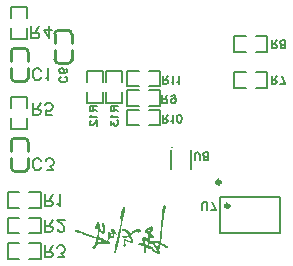
<source format=gbo>
G04 Layer: BottomSilkscreenLayer*
G04 EasyEDA Pro v2.1.32.5533625a.f972c4, 2023-12-06 19:29:04*
G04 Gerber Generator version 0.3*
G04 Scale: 100 percent, Rotated: No, Reflected: No*
G04 Dimensions in millimeters*
G04 Leading zeros omitted, absolute positions, 3 integers and 3 decimals*
%FSLAX33Y33*%
%MOMM*%
%ADD10C,0.152*%
%ADD11C,0.254*%
%ADD12C,0.3*%
%ADD13C,0.075*%
G75*


G04 Image Start*
G36*
G01X16305Y-18104D02*
G01X16301Y-18104D01*
G01X16297Y-18105D01*
G01X16293Y-18106D01*
G01X16285Y-18108D01*
G01X16281Y-18109D01*
G01X16277Y-18111D01*
G01X16271Y-18114D01*
G01X16260Y-18121D01*
G01X16254Y-18125D01*
G01X16249Y-18131D01*
G01X16244Y-18136D01*
G01X16239Y-18142D01*
G01X16232Y-18151D01*
G01X16225Y-18160D01*
G01X16217Y-18174D01*
G01X16209Y-18189D01*
G01X16200Y-18209D01*
G01X16189Y-18236D01*
G01X16177Y-18270D01*
G01X16164Y-18319D01*
G01X16145Y-18399D01*
G01X16121Y-18539D01*
G01X16086Y-18827D01*
G01X16015Y-19905D01*
G01X15964Y-20660D01*
G01X15921Y-21041D01*
G01X15905Y-21128D01*
G01X15898Y-21154D01*
G01X15892Y-21167D01*
G01X15890Y-21168D01*
G01X15886D01*
G01X15877D01*
G01X15862Y-21167D01*
G01X15845Y-21163D01*
G01X15802Y-21153D01*
G01X15752Y-21137D01*
G01X15685Y-21117D01*
G01X15620Y-21103D01*
G01X15561Y-21096D01*
G01X15533Y-21094D01*
G01X15506Y-21095D01*
G01X15481Y-21096D01*
G01X15457Y-21100D01*
G01X15436Y-21105D01*
G01X15416Y-21111D01*
G01X15398Y-21120D01*
G01X15383Y-21129D01*
G01X15369Y-21140D01*
G01X15358Y-21153D01*
G01X15315Y-21212D01*
G01X15208Y-21146D01*
G01X15173Y-21124D01*
G01X15148Y-21106D01*
G01X15138Y-21098D01*
G01X15130Y-21089D01*
G01X15123Y-21080D01*
G01X15118Y-21071D01*
G01X15115Y-21062D01*
G01X15112Y-21051D01*
G01X15111Y-21039D01*
G01Y-21026D01*
G01Y-21010D01*
G01X15119Y-20952D01*
G01X15128Y-20898D01*
G01X15138Y-20855D01*
G01X15144Y-20839D01*
G01X15150Y-20825D01*
G01X15157Y-20814D01*
G01X15164Y-20806D01*
G01X15172Y-20800D01*
G01X15182Y-20797D01*
G01X15192Y-20796D01*
G01X15203Y-20798D01*
G01X15216Y-20801D01*
G01X15230Y-20807D01*
G01X15245Y-20815D01*
G01X15262Y-20825D01*
G01X15294Y-20843D01*
G01X15324Y-20853D01*
G01X15352Y-20858D01*
G01X15377Y-20856D01*
G01X15398Y-20849D01*
G01X15414Y-20836D01*
G01X15424Y-20816D01*
G01X15427Y-20792D01*
G01X15426Y-20786D01*
G01X15425Y-20780D01*
G01X15422Y-20772D01*
G01X15419Y-20764D01*
G01X15409Y-20746D01*
G01X15395Y-20725D01*
G01X15379Y-20704D01*
G01X15351Y-20669D01*
G01X15318Y-20635D01*
G01X15209Y-20528D01*
G01X15277Y-20323D01*
G01X15311Y-20216D01*
G01X15345Y-20095D01*
G01X15357Y-20036D01*
G01X15360Y-20011D01*
G01X15361Y-19990D01*
G01X15360Y-19972D01*
G01X15357Y-19956D01*
G01X15353Y-19943D01*
G01X15346Y-19932D01*
G01X15337Y-19922D01*
G01X15326Y-19914D01*
G01X15314Y-19907D01*
G01X15305Y-19903D01*
G01X15296Y-19899D01*
G01X15287Y-19896D01*
G01X15278Y-19894D01*
G01X15268Y-19893D01*
G01X15258Y-19892D01*
G01X15248D01*
G01X15236D01*
G01X15224Y-19894D01*
G01X15197Y-19898D01*
G01X15167Y-19905D01*
G01X15112Y-19922D01*
G01X15073Y-19935D01*
G01X14991Y-19973D01*
G01X14909Y-20018D01*
G01X14831Y-20070D01*
G01X14760Y-20124D01*
G01X14702Y-20178D01*
G01X14678Y-20204D01*
G01X14659Y-20229D01*
G01X14646Y-20250D01*
G01X14899D01*
G01X14901Y-20241D01*
G01X14909Y-20231D01*
G01X14922Y-20219D01*
G01X14941Y-20206D01*
G01X14968Y-20188D01*
G01X14997Y-20172D01*
G01X15026Y-20159D01*
G01X15049Y-20150D01*
G01X15063Y-20148D01*
G01X15073Y-20147D01*
G01X15080Y-20149D01*
G01X15084Y-20154D01*
G01X15085Y-20163D01*
G01X15084Y-20175D01*
G01X15080Y-20191D01*
G01X15073Y-20212D01*
G01X15038Y-20325D01*
G01X15035Y-20334D01*
G01X15030Y-20340D01*
G01X15023Y-20343D01*
G01X15014Y-20342D01*
G01X15003Y-20338D01*
G01X14990Y-20331D01*
G01X14974Y-20320D01*
G01X14955Y-20305D01*
G01X14914Y-20272D01*
G01X14904Y-20260D01*
G01X14899Y-20250D01*
G01X14646D01*
G01X14644Y-20252D01*
G01X14635Y-20273D01*
G01X14632Y-20292D01*
G01X14633Y-20298D01*
G01X14635Y-20305D01*
G01X14640Y-20313D01*
G01X14645Y-20323D01*
G01X14652Y-20333D01*
G01X14670Y-20357D01*
G01X14692Y-20384D01*
G01X14733Y-20428D01*
G01X14797Y-20489D01*
G01X14962Y-20637D01*
G01X14942Y-20778D01*
G01X14922Y-20919D01*
G01X14778Y-20847D01*
G01X14754Y-20836D01*
G01X14718Y-20820D01*
G01X14685Y-20809D01*
G01X14653Y-20800D01*
G01X14633Y-20795D01*
G01X14614Y-20792D01*
G01X14596Y-20791D01*
G01X14579D01*
G01X14563D01*
G01X14548Y-20794D01*
G01X14533Y-20798D01*
G01X14526Y-20800D01*
G01X14520Y-20802D01*
G01X14507Y-20808D01*
G01X14502Y-20812D01*
G01X14491Y-20820D01*
G01X14486Y-20824D01*
G01X14476Y-20834D01*
G01X14472Y-20839D01*
G01X14468Y-20845D01*
G01X14461Y-20857D01*
G01X14455Y-20870D01*
G01X14450Y-20885D01*
G01X14446Y-20900D01*
G01X14443Y-20917D01*
G01X14442Y-20935D01*
G01X14441Y-20954D01*
G01X14442Y-20974D01*
G01X14444Y-20995D01*
G01X14449Y-21029D01*
G01X14450Y-21034D01*
G01X14644D01*
G01X14646Y-21015D01*
G01X14648Y-21014D01*
G01X14651D01*
G01X14655D01*
G01X14661Y-21015D01*
G01X14667Y-21018D01*
G01X14682Y-21024D01*
G01X14700Y-21033D01*
G01X14731Y-21050D01*
G01X14779Y-21079D01*
G01X14824Y-21111D01*
G01X14845Y-21127D01*
G01X14856Y-21137D01*
G01X14866Y-21148D01*
G01X14870Y-21153D01*
G01X14874Y-21158D01*
G01X14877Y-21163D01*
G01X14880Y-21169D01*
G01X14883Y-21174D01*
G01X14885Y-21181D01*
G01X14887Y-21187D01*
G01X14891Y-21200D01*
G01X14894Y-21216D01*
G01X14896Y-21242D01*
G01X14897Y-21269D01*
G01X15495D01*
G01Y-21264D01*
G01X15497Y-21259D01*
G01X15499Y-21256D01*
G01X15503Y-21254D01*
G01X15508Y-21252D01*
G01X15514D01*
G01X15522D01*
G01X15544Y-21255D01*
G01X15591Y-21264D01*
G01X15714Y-21296D01*
G01X15762Y-21313D01*
G01X15800Y-21330D01*
G01X15829Y-21348D01*
G01X15848Y-21365D01*
G01X15857Y-21384D01*
G01X15856Y-21403D01*
G01X15808Y-21583D01*
G01X15793Y-21637D01*
G01X15777Y-21682D01*
G01X15762Y-21715D01*
G01X15751Y-21731D01*
G01X15745Y-21730D01*
G01X15735Y-21722D01*
G01X15723Y-21707D01*
G01X15708Y-21686D01*
G01X15672Y-21632D01*
G01X15592Y-21492D01*
G01X15537Y-21385D01*
G01X15512Y-21326D01*
G01X15503Y-21302D01*
G01X15498Y-21283D01*
G01X15496Y-21276D01*
G01X15495Y-21269D01*
G01X14897D01*
G01Y-21311D01*
G01X14896Y-21370D01*
G01X14890Y-21417D01*
G01X14883Y-21450D01*
G01X14875Y-21461D01*
G01X14865Y-21459D01*
G01X14848Y-21453D01*
G01X14827Y-21444D01*
G01X14781Y-21422D01*
G01X14740Y-21399D01*
G01X14726Y-21390D01*
G01X14716Y-21370D01*
G01X14703Y-21327D01*
G01X14673Y-21202D01*
G01X14649Y-21077D01*
G01X14644Y-21034D01*
G01X14450D01*
G01X14457Y-21065D01*
G01X14467Y-21104D01*
G01X14497Y-21199D01*
G01X14530Y-21300D01*
G01X14532Y-21306D01*
G01Y-21311D01*
G01X14531Y-21315D01*
G01X14528Y-21319D01*
G01X14526Y-21321D01*
G01X14524Y-21322D01*
G01X14518Y-21325D01*
G01X14514Y-21327D01*
G01X14504Y-21329D01*
G01X14493Y-21331D01*
G01X14480Y-21333D01*
G01X14445Y-21335D01*
G01X14332Y-21337D01*
G01X14271D01*
G01X14184Y-21340D01*
G01X14155Y-21344D01*
G01X14135Y-21350D01*
G01X14121Y-21359D01*
G01X14113Y-21370D01*
G01X14108Y-21384D01*
G01X14107Y-21404D01*
G01X14112Y-21419D01*
G01X14122Y-21430D01*
G01X14137Y-21434D01*
G01X14142D01*
G01X14148Y-21435D01*
G01X14168Y-21440D01*
G01X14222Y-21456D01*
G01X14302Y-21485D01*
G01X15023D01*
G01Y-21470D01*
G01X15027Y-21452D01*
G01X15033Y-21425D01*
G01X15039Y-21395D01*
G01X15042Y-21366D01*
G01X15044Y-21342D01*
G01X15046Y-21320D01*
G01X15052Y-21305D01*
G01X15061Y-21296D01*
G01X15071Y-21294D01*
G01X15082Y-21298D01*
G01X15093Y-21309D01*
G01X15103Y-21326D01*
G01X15112Y-21349D01*
G01X15115Y-21357D01*
G01X15117Y-21364D01*
G01X15121Y-21371D01*
G01X15125Y-21377D01*
G01X15130Y-21383D01*
G01X15136Y-21387D01*
G01X15142Y-21391D01*
G01X15150Y-21394D01*
G01X15159Y-21397D01*
G01X15169Y-21400D01*
G01X15180Y-21402D01*
G01X15206Y-21405D01*
G01X15259Y-21406D01*
G01X15299D01*
G01X15331Y-21408D01*
G01X15344Y-21410D01*
G01X15356Y-21412D01*
G01X15366Y-21416D01*
G01X15376Y-21420D01*
G01X15384Y-21425D01*
G01X15391Y-21431D01*
G01X15398Y-21438D01*
G01X15405Y-21446D01*
G01X15410Y-21456D01*
G01X15416Y-21467D01*
G01X15428Y-21494D01*
G01X15443Y-21523D01*
G01X15488Y-21604D01*
G01X15622Y-21820D01*
G01X15761Y-22038D01*
G01X15771Y-22056D01*
G01X15769D01*
G01X15766Y-22054D01*
G01X15560Y-21948D01*
G01X15449Y-21888D01*
G01X15414Y-21865D01*
G01X15389Y-21845D01*
G01X15373Y-21826D01*
G01X15364Y-21807D01*
G01X15361Y-21787D01*
G01X15363Y-21763D01*
G01X15364Y-21754D01*
G01X15365Y-21735D01*
G01Y-21719D01*
G01X15364Y-21710D01*
G01X15363Y-21703D01*
G01X15361Y-21695D01*
G01X15359Y-21688D01*
G01X15356Y-21681D01*
G01X15353Y-21674D01*
G01X15350Y-21668D01*
G01X15342Y-21656D01*
G01X15337Y-21649D01*
G01X15331Y-21643D01*
G01X15325Y-21638D01*
G01X15311Y-21627D01*
G01X15294Y-21616D01*
G01X15276Y-21606D01*
G01X15254Y-21596D01*
G01X15217Y-21580D01*
G01X15157Y-21560D01*
G01X15081Y-21533D01*
G01X15056Y-21522D01*
G01X15039Y-21510D01*
G01X15028Y-21499D01*
G01X15023Y-21485D01*
G01X14302D01*
G01X14374Y-21512D01*
G01X14573Y-21589D01*
G01Y-21820D01*
G01X14574Y-21883D01*
G01X14579Y-21980D01*
G01X14584Y-22017D01*
G01X14591Y-22047D01*
G01X14601Y-22073D01*
G01X14613Y-22095D01*
G01X14627Y-22115D01*
G01X14640Y-22129D01*
G01X14653Y-22141D01*
G01X14665Y-22149D01*
G01X14677Y-22156D01*
G01X14688Y-22159D01*
G01X14698Y-22161D01*
G01X14708Y-22159D01*
G01X14717Y-22156D01*
G01X14724Y-22150D01*
G01X14731Y-22142D01*
G01X14737Y-22132D01*
G01X14742Y-22119D01*
G01X14745Y-22104D01*
G01X14748Y-22087D01*
G01Y-22068D01*
G01Y-22047D01*
G01X14745Y-21987D01*
G01X14746Y-21813D01*
G01X14750Y-21667D01*
G01X14959Y-21748D01*
G01X15002Y-21765D01*
G01X15126Y-21806D01*
G01X15192Y-21824D01*
G01X15217Y-21829D01*
G01X15235Y-21830D01*
G01X15253Y-21831D01*
G01X15267Y-21833D01*
G01X15278Y-21837D01*
G01X15286Y-21843D01*
G01X15290Y-21853D01*
G01X15292Y-21865D01*
G01X15291Y-21880D01*
G01X15288Y-21899D01*
G01X15286Y-21909D01*
G01X15285Y-21919D01*
G01Y-21928D01*
G01X15286Y-21936D01*
G01X15288Y-21945D01*
G01X15291Y-21953D01*
G01X15295Y-21961D01*
G01X15300Y-21968D01*
G01X15307Y-21977D01*
G01X15315Y-21985D01*
G01X15324Y-21993D01*
G01X15348Y-22011D01*
G01X15395Y-22042D01*
G01X15470Y-22083D01*
G01X15575Y-22135D01*
G01X15656Y-22170D01*
G01X15682Y-22179D01*
G01X15755Y-22203D01*
G01X15797Y-22214D01*
G01X15836Y-22221D01*
G01X15870Y-22224D01*
G01X15885Y-22225D01*
G01X15899Y-22224D01*
G01X15913Y-22222D01*
G01X15925Y-22220D01*
G01X15935Y-22217D01*
G01X15945Y-22212D01*
G01X15953Y-22207D01*
G01X15961Y-22201D01*
G01X15966Y-22194D01*
G01X15972Y-22186D01*
G01X15975Y-22177D01*
G01X15978Y-22167D01*
G01X15979Y-22156D01*
G01X15978Y-22145D01*
G01X15977Y-22133D01*
G01X15974Y-22119D01*
G01X15971Y-22105D01*
G01X15965Y-22090D01*
G01X15951Y-22058D01*
G01X15931Y-22022D01*
G01X15900Y-21969D01*
G01X15894Y-21955D01*
G01X15888Y-21941D01*
G01X15884Y-21927D01*
G01X15882Y-21920D01*
G01X15881Y-21913D01*
G01X15880Y-21898D01*
G01Y-21882D01*
G01X15881Y-21864D01*
G01X15886Y-21833D01*
G01X15916Y-21694D01*
G01X15959Y-21533D01*
G01X15978Y-21478D01*
G01X15985Y-21460D01*
G01X15990Y-21451D01*
G01X15994Y-21449D01*
G01X15998Y-21448D01*
G01X16005D01*
G01X16012Y-21450D01*
G01X16020Y-21452D01*
G01X16030Y-21455D01*
G01X16052Y-21466D01*
G01X16078Y-21479D01*
G01X16121Y-21506D01*
G01X16170Y-21540D01*
G01X16211Y-21570D01*
G01X16321Y-21644D01*
G01X16381Y-21680D01*
G01X16433Y-21705D01*
G01X16456Y-21714D01*
G01X16477Y-21722D01*
G01X16497Y-21726D01*
G01X16516Y-21728D01*
G01X16532D01*
G01X16549Y-21726D01*
G01X16563Y-21722D01*
G01X16578Y-21716D01*
G01X16589Y-21710D01*
G01X16598Y-21704D01*
G01X16608Y-21698D01*
G01X16615Y-21692D01*
G01X16622Y-21685D01*
G01X16624Y-21681D01*
G01X16627Y-21678D01*
G01X16629Y-21675D01*
G01X16631Y-21671D01*
G01X16634Y-21664D01*
G01X16635Y-21661D01*
G01X16636Y-21657D01*
G01X16637Y-21653D01*
G01Y-21646D01*
G01X16636Y-21642D01*
G01Y-21638D01*
G01X16634Y-21630D01*
G01X16632Y-21626D01*
G01X16630Y-21622D01*
G01X16626Y-21614D01*
G01X16620Y-21605D01*
G01X16613Y-21596D01*
G01X16604Y-21587D01*
G01X16595Y-21577D01*
G01X16578Y-21562D01*
G01X16559Y-21547D01*
G01X16520Y-21519D01*
G01X16462Y-21483D01*
G01X16340Y-21414D01*
G01X16283Y-21384D01*
G01X16039Y-21258D01*
G01X16038Y-21257D01*
G01Y-21256D01*
G01X16037Y-21254D01*
G01X16036Y-21251D01*
G01Y-21248D01*
G01X16035Y-21239D01*
G01Y-21223D01*
G01X16036Y-21194D01*
G01X16042Y-21128D01*
G01X16060Y-20995D01*
G01X16082Y-20839D01*
G01X16134Y-20273D01*
G01X16190Y-19585D01*
G01X16246Y-19149D01*
G01X16293Y-18887D01*
G01X16339Y-18691D01*
G01X16389Y-18490D01*
G01X16418Y-18341D01*
G01X16426Y-18268D01*
G01Y-18237D01*
G01X16424Y-18211D01*
G01X16420Y-18188D01*
G01X16414Y-18169D01*
G01X16405Y-18153D01*
G01X16395Y-18140D01*
G01X16382Y-18128D01*
G01X16367Y-18119D01*
G01X16360Y-18116D01*
G01X16351Y-18112D01*
G01X16344Y-18109D01*
G01X16337Y-18107D01*
G01X16331Y-18106D01*
G01X16317Y-18104D01*
G37*
G36*
G01X12845Y-18246D02*
G01X12823Y-18251D01*
G01X12821Y-18252D01*
G01X12817Y-18253D01*
G01X12811Y-18257D01*
G01X12808Y-18259D01*
G01X12802Y-18264D01*
G01X12800Y-18267D01*
G01X12797Y-18270D01*
G01X12793Y-18274D01*
G01X12789Y-18280D01*
G01X12785Y-18286D01*
G01X12780Y-18297D01*
G01X12774Y-18311D01*
G01X12764Y-18337D01*
G01X12746Y-18393D01*
G01X12619Y-18871D01*
G01X12552Y-19158D01*
G01X12545Y-19210D01*
G01Y-19246D01*
G01X12552Y-19267D01*
G01X12565Y-19279D01*
G01X12585Y-19282D01*
G01X12595Y-19283D01*
G01X12604Y-19287D01*
G01X12612Y-19293D01*
G01X12618Y-19301D01*
G01X12623Y-19313D01*
G01X12627Y-19326D01*
G01X12629Y-19342D01*
G01Y-19359D01*
G01Y-19367D01*
G01X12628Y-19405D01*
G01X12621Y-19473D01*
G01X12600Y-19616D01*
G01X12534Y-19946D01*
G01X12395Y-20499D01*
G01X12261Y-21007D01*
G01X12198Y-21303D01*
G01X12164Y-21514D01*
G01X12141Y-21738D01*
G01X12135Y-21808D01*
G01X12123Y-21910D01*
G01X12116Y-21943D01*
G01X12108Y-21966D01*
G01X12099Y-21981D01*
G01X12088Y-21988D01*
G01X12075Y-21990D01*
G01X12063D01*
G01X12053Y-21992D01*
G01X12044Y-21995D01*
G01X12037Y-22001D01*
G01X12030Y-22008D01*
G01X12025Y-22016D01*
G01X12022Y-22024D01*
G01X12019Y-22034D01*
G01Y-22045D01*
G01Y-22056D01*
G01X12022Y-22068D01*
G01X12025Y-22079D01*
G01X12031Y-22091D01*
G01X12038Y-22103D01*
G01X12046Y-22114D01*
G01X12056Y-22124D01*
G01X12077Y-22143D01*
G01X12099Y-22156D01*
G01X12119Y-22165D01*
G01X12139Y-22169D01*
G01X12159Y-22167D01*
G01X12177Y-22161D01*
G01X12195Y-22151D01*
G01X12211Y-22134D01*
G01X12212Y-22133D01*
G01X12214Y-22128D01*
G01X12225Y-22098D01*
G01X12248Y-22007D01*
G01X12349Y-21519D01*
G01X12514Y-20683D01*
G01X12732Y-19607D01*
G01X12864Y-18966D01*
G01X12951Y-18578D01*
G01X12972Y-18493D01*
G01X12987Y-18419D01*
G01X12994Y-18361D01*
G01Y-18341D01*
G01X12992Y-18329D01*
G01X12980Y-18309D01*
G01X12964Y-18290D01*
G01X12943Y-18274D01*
G01X12920Y-18261D01*
G01X12895Y-18252D01*
G01X12870Y-18247D01*
G37*
G36*
G01X10689Y-19480D02*
G01X10683Y-19480D01*
G01X10678Y-19481D01*
G01X10668Y-19483D01*
G01X10663Y-19485D01*
G01X10658Y-19487D01*
G01X10654Y-19490D01*
G01X10649Y-19493D01*
G01X10644Y-19497D01*
G01X10640Y-19502D01*
G01X10635Y-19507D01*
G01X10630Y-19513D01*
G01X10622Y-19523D01*
G01X10612Y-19540D01*
G01X10598Y-19565D01*
G01X10576Y-19611D01*
G01X10490Y-19820D01*
G01X10462Y-19897D01*
G01X10443Y-19964D01*
G01X10437Y-19992D01*
G01X10434Y-20018D01*
G01X10433Y-20042D01*
G01X10434Y-20062D01*
G01X10438Y-20079D01*
G01X10444Y-20094D01*
G01X10453Y-20106D01*
G01X10464Y-20115D01*
G01X10478Y-20122D01*
G01X10493Y-20125D01*
G01X10512Y-20127D01*
G01X10532Y-20126D01*
G01X10545Y-20124D01*
G01X10566Y-20121D01*
G01X10575Y-20118D01*
G01X10582Y-20115D01*
G01X10588Y-20112D01*
G01X10593Y-20108D01*
G01X10597Y-20103D01*
G01X10600Y-20097D01*
G01X10603Y-20091D01*
G01X10605Y-20083D01*
G01X10606Y-20074D01*
G01Y-20064D01*
G01X10605Y-20052D01*
G01X10603Y-20025D01*
G01X10601Y-19989D01*
G01X10605Y-19960D01*
G01X10611Y-19940D01*
G01X10621Y-19933D01*
G01X10625D01*
G01X10628Y-19934D01*
G01X10631D01*
G01X10633Y-19936D01*
G01X10637Y-19937D01*
G01X10640Y-19940D01*
G01X10642Y-19942D01*
G01X10647Y-19948D01*
G01X10652Y-19955D01*
G01X10657Y-19964D01*
G01X10661Y-19974D01*
G01X10664Y-19986D01*
G01X10668Y-19998D01*
G01X10673Y-20019D01*
G01X10678Y-20052D01*
G01X10681Y-20089D01*
G01X10684Y-20152D01*
G01X10683Y-20249D01*
G01X10674Y-20375D01*
G01X10654Y-20547D01*
G01X10620Y-20756D01*
G01X10614Y-20776D01*
G01X10613Y-20777D01*
G01X10611Y-20778D01*
G01X10610D01*
G01X10608D01*
G01X10607Y-20779D01*
G01X10600D01*
G01X10592Y-20778D01*
G01X10582Y-20776D01*
G01X10557Y-20771D01*
G01X10501Y-20756D01*
G01X10296Y-20689D01*
G01X9184Y-20262D01*
G01X9088Y-20224D01*
G01X8973Y-20185D01*
G01X8914Y-20170D01*
G01X8889Y-20166D01*
G01X8868Y-20164D01*
G01X8848D01*
G01X8832Y-20167D01*
G01X8817Y-20171D01*
G01X8805Y-20177D01*
G01X8793Y-20186D01*
G01X8784Y-20197D01*
G01X8776Y-20209D01*
G01X8766Y-20237D01*
G01X8763Y-20268D01*
G01X8767Y-20298D01*
G01X8775Y-20327D01*
G01X8789Y-20350D01*
G01X8806Y-20368D01*
G01X8826Y-20377D01*
G01X8847Y-20375D01*
G01X8850Y-20374D01*
G01X8854D01*
G01X8858D01*
G01X8868D01*
G01X8880Y-20376D01*
G01X8904Y-20381D01*
G01X8952Y-20394D01*
G01X9037Y-20421D01*
G01X9178Y-20474D01*
G01X9209Y-20487D01*
G01X9507Y-20597D01*
G01X10318Y-20848D01*
G01X10389Y-20869D01*
G01X10486Y-20902D01*
G01X10515Y-20916D01*
G01X10533Y-20930D01*
G01X10545Y-20945D01*
G01X10549Y-20963D01*
G01Y-20984D01*
G01X10548Y-20996D01*
G01X10544Y-21023D01*
G01X10537Y-21052D01*
G01X10523Y-21099D01*
G01X10498Y-21169D01*
G01X10469Y-21236D01*
G01X10660D01*
G01Y-21226D01*
G01X10661Y-21215D01*
G01X10671Y-21148D01*
G01X10681Y-21098D01*
G01X10692Y-21053D01*
G01X10704Y-21019D01*
G01X10714Y-21001D01*
G01X10717Y-20999D01*
G01X10723Y-20998D01*
G01X10730Y-20997D01*
G01X10739Y-20998D01*
G01X10761Y-21001D01*
G01X10805Y-21011D01*
G01X10857Y-21027D01*
G01X10937Y-21055D01*
G01X11023Y-21089D01*
G01X11059Y-21105D01*
G01X11075Y-21115D01*
G01X11082Y-21119D01*
G01X11087Y-21123D01*
G01X11091Y-21127D01*
G01X11093Y-21130D01*
G01X11094Y-21134D01*
G01Y-21138D01*
G01X11092Y-21141D01*
G01X11089Y-21144D01*
G01X11085Y-21148D01*
G01X11078Y-21152D01*
G01X11071Y-21155D01*
G01X11052Y-21162D01*
G01X11027Y-21170D01*
G01X10892Y-21202D01*
G01X10758Y-21236D01*
G01X10705Y-21252D01*
G01X10688Y-21258D01*
G01X10681Y-21259D01*
G01X10676Y-21260D01*
G01X10671Y-21259D01*
G01X10667Y-21257D01*
G01X10664Y-21254D01*
G01X10662Y-21250D01*
G01X10660Y-21244D01*
G01Y-21236D01*
G01X10469D01*
G01X10467Y-21241D01*
G01X10432Y-21313D01*
G01X10394Y-21381D01*
G01X10365Y-21428D01*
G01X10335Y-21469D01*
G01X10316Y-21493D01*
G01X10296Y-21516D01*
G01X10263Y-21562D01*
G01X10250Y-21584D01*
G01X10239Y-21605D01*
G01X10231Y-21625D01*
G01X10224Y-21645D01*
G01X10219Y-21663D01*
G01X10217Y-21681D01*
G01Y-21697D01*
G01X10220Y-21713D01*
G01X10225Y-21727D01*
G01X10232Y-21740D01*
G01X10241Y-21752D01*
G01X10252Y-21762D01*
G01X10266Y-21771D01*
G01X10289Y-21784D01*
G01X10307Y-21793D01*
G01X10315Y-21796D01*
G01X10323Y-21798D01*
G01X10330D01*
G01X10337D01*
G01X10345Y-21797D01*
G01X10353Y-21795D01*
G01X10361Y-21791D01*
G01X10369Y-21787D01*
G01X10379Y-21781D01*
G01X10416Y-21757D01*
G01X10423Y-21752D01*
G01X10431Y-21745D01*
G01X10439Y-21738D01*
G01X10456Y-21720D01*
G01X10473Y-21698D01*
G01X10500Y-21662D01*
G01X10525Y-21622D01*
G01X10548Y-21581D01*
G01X10560Y-21557D01*
G01X10573Y-21536D01*
G01X10587Y-21515D01*
G01X10597Y-21503D01*
G01X10607Y-21491D01*
G01X10618Y-21480D01*
G01X10630Y-21469D01*
G01X10642Y-21459D01*
G01X10655Y-21450D01*
G01X10670Y-21442D01*
G01X10684Y-21434D01*
G01X10701Y-21426D01*
G01X10718Y-21419D01*
G01X10746Y-21410D01*
G01X10776Y-21402D01*
G01X10822Y-21393D01*
G01X10888Y-21383D01*
G01X10998Y-21375D01*
G01X11266Y-21367D01*
G01X11401Y-21364D01*
G01X11551Y-21357D01*
G01X11622Y-21348D01*
G01X11649Y-21342D01*
G01X11671Y-21335D01*
G01X11688Y-21327D01*
G01X11701Y-21318D01*
G01X11709Y-21308D01*
G01X11713Y-21296D01*
G01X11715Y-21283D01*
G01X11712Y-21269D01*
G01X11707Y-21253D01*
G01X11704Y-21248D01*
G01X11702Y-21245D01*
G01X11700Y-21242D01*
G01X11697Y-21238D01*
G01X11690Y-21232D01*
G01X11681Y-21225D01*
G01X11665Y-21213D01*
G01X11638Y-21195D01*
G01X11588Y-21166D01*
G01X11481Y-21109D01*
G01X11278Y-21016D01*
G01X11011Y-20908D01*
G01X10759Y-20814D01*
G01X10765Y-20678D01*
G01X10770Y-20595D01*
G01X10789Y-20391D01*
G01X10809Y-20240D01*
G01X10880Y-20334D01*
G01X10914Y-20376D01*
G01X10945Y-20411D01*
G01X10974Y-20440D01*
G01X10989Y-20452D01*
G01X11003Y-20463D01*
G01X11016Y-20471D01*
G01X11031Y-20480D01*
G01X11044Y-20486D01*
G01X11059Y-20491D01*
G01X11072Y-20495D01*
G01X11087Y-20497D01*
G01X11102Y-20499D01*
G01X11117D01*
G01X11128D01*
G01X11138Y-20498D01*
G01X11148Y-20497D01*
G01X11157Y-20495D01*
G01X11166Y-20492D01*
G01X11174Y-20488D01*
G01X11183Y-20484D01*
G01X11191Y-20480D01*
G01X11198Y-20474D01*
G01X11205Y-20468D01*
G01X11212Y-20461D01*
G01X11218Y-20454D01*
G01X11224Y-20445D01*
G01X11229Y-20436D01*
G01X11234Y-20427D01*
G01X11239Y-20416D01*
G01X11248Y-20393D01*
G01X11255Y-20366D01*
G01X11261Y-20336D01*
G01X11267Y-20284D01*
G01X11272Y-20224D01*
G01X11273Y-20132D01*
G01X11272Y-20095D01*
G01X11264Y-19961D01*
G01X11254Y-19872D01*
G01X11240Y-19794D01*
G01X11229Y-19749D01*
G01X11216Y-19709D01*
G01X11201Y-19675D01*
G01X11194Y-19660D01*
G01X11186Y-19647D01*
G01X11177Y-19635D01*
G01X11168Y-19625D01*
G01X11160Y-19616D01*
G01X11151Y-19609D01*
G01X11141Y-19603D01*
G01X11131Y-19599D01*
G01X11121Y-19597D01*
G01X11111Y-19596D01*
G01X11100Y-19598D01*
G01X11090Y-19600D01*
G01X11079Y-19605D01*
G01X11068Y-19611D01*
G01X11057Y-19619D01*
G01X11046Y-19629D01*
G01X11037Y-19639D01*
G01X11030Y-19650D01*
G01X11024Y-19662D01*
G01X11019Y-19675D01*
G01X11015Y-19689D01*
G01X11013Y-19704D01*
G01X11012Y-19720D01*
G01Y-19737D01*
G01X11014Y-19755D01*
G01X11017Y-19773D01*
G01X11021Y-19793D01*
G01X11034Y-19835D01*
G01X11052Y-19880D01*
G01X11064Y-19911D01*
G01X11087Y-19979D01*
G01X11106Y-20054D01*
G01X11129Y-20168D01*
G01X11139Y-20238D01*
G01X11142Y-20297D01*
G01Y-20322D01*
G01X11140Y-20342D01*
G01X11136Y-20357D01*
G01X11130Y-20366D01*
G01X11126Y-20370D01*
G01X11122Y-20373D01*
G01X11118Y-20375D01*
G01X11114Y-20377D01*
G01X11109Y-20379D01*
G01X11100Y-20380D01*
G01X11096D01*
G01X11091Y-20379D01*
G01X11087Y-20378D01*
G01X11082Y-20376D01*
G01X11077Y-20374D01*
G01X11072Y-20372D01*
G01X11062Y-20366D01*
G01X11057Y-20362D01*
G01X11046Y-20353D01*
G01X11036Y-20342D01*
G01X11026Y-20330D01*
G01X11009Y-20308D01*
G01X10994Y-20284D01*
G01X10977Y-20256D01*
G01X10957Y-20214D01*
G01X10931Y-20156D01*
G01X10902Y-20077D01*
G01X10875Y-19991D01*
G01X10852Y-19898D01*
G01X10833Y-19800D01*
G01X10803Y-19646D01*
G01X10787Y-19590D01*
G01X10772Y-19547D01*
G01X10755Y-19516D01*
G01X10736Y-19495D01*
G01X10715Y-19483D01*
G01X10691Y-19480D01*
G37*
G36*
G01X11940Y-20075D02*
G01X11926Y-20075D01*
G01X11913Y-20076D01*
G01X11901Y-20078D01*
G01X11889Y-20081D01*
G01X11879Y-20085D01*
G01X11869Y-20090D01*
G01X11864Y-20092D01*
G01X11860Y-20095D01*
G01X11856Y-20098D01*
G01X11852Y-20102D01*
G01X11848Y-20105D01*
G01X11845Y-20108D01*
G01X11841Y-20112D01*
G01X11835Y-20120D01*
G01X11832Y-20125D01*
G01X11829Y-20129D01*
G01X11825Y-20139D01*
G01X11821Y-20150D01*
G01X11818Y-20161D01*
G01X11816Y-20173D01*
G01X11814Y-20186D01*
G01Y-20200D01*
G01Y-20214D01*
G01X11815Y-20229D01*
G01X11818Y-20253D01*
G01X11822Y-20279D01*
G01X11831Y-20315D01*
G01X11844Y-20355D01*
G01X11863Y-20408D01*
G01X11894Y-20477D01*
G01X11919Y-20534D01*
G01X11936Y-20583D01*
G01X11947Y-20626D01*
G01X11952Y-20660D01*
G01X11949Y-20686D01*
G01X11940Y-20703D01*
G01X11924Y-20710D01*
G01X11901Y-20706D01*
G01X11884Y-20699D01*
G01X11868Y-20691D01*
G01X11854Y-20683D01*
G01X11840Y-20675D01*
G01X11828Y-20664D01*
G01X11817Y-20654D01*
G01X11807Y-20642D01*
G01X11798Y-20629D01*
G01X11789Y-20616D01*
G01X11782Y-20600D01*
G01X11775Y-20584D01*
G01X11769Y-20566D01*
G01X11764Y-20547D01*
G01X11760Y-20527D01*
G01X11753Y-20481D01*
G01X11750Y-20456D01*
G01X11745Y-20432D01*
G01X11739Y-20411D01*
G01X11733Y-20393D01*
G01X11726Y-20377D01*
G01X11719Y-20364D01*
G01X11710Y-20353D01*
G01X11701Y-20344D01*
G01X11691Y-20338D01*
G01X11680Y-20335D01*
G01X11669Y-20334D01*
G01X11657Y-20336D01*
G01X11644Y-20340D01*
G01X11632Y-20347D01*
G01X11618Y-20357D01*
G01X11604Y-20369D01*
G01X11600Y-20373D01*
G01X11594Y-20380D01*
G01X11587Y-20389D01*
G01X11582Y-20398D01*
G01X11578Y-20408D01*
G01X11574Y-20420D01*
G01X11570Y-20432D01*
G01X11567Y-20446D01*
G01X11565Y-20462D01*
G01X11562Y-20490D01*
G01X11561Y-20534D01*
G01X11562Y-20653D01*
G01X11563Y-20687D01*
G01X11562Y-20798D01*
G01X11559Y-20839D01*
G01X11554Y-20873D01*
G01X11550Y-20887D01*
G01X11546Y-20901D01*
G01X11541Y-20913D01*
G01X11536Y-20925D01*
G01X11530Y-20935D01*
G01X11522Y-20946D01*
G01X11514Y-20956D01*
G01X11495Y-20985D01*
G01X11480Y-21014D01*
G01X11473Y-21040D01*
G01Y-21059D01*
G01X11477Y-21067D01*
G01X11480Y-21075D01*
G01X11485Y-21080D01*
G01X11489Y-21086D01*
G01X11495Y-21089D01*
G01X11501Y-21091D01*
G01X11507Y-21092D01*
G01X11514Y-21091D01*
G01X11522Y-21089D01*
G01X11532Y-21086D01*
G01X11542Y-21081D01*
G01X11565Y-21067D01*
G01X11610Y-21035D01*
G01X11627Y-21022D01*
G01X11642Y-21006D01*
G01X11655Y-20990D01*
G01X11666Y-20973D01*
G01X11675Y-20956D01*
G01X11682Y-20939D01*
G01X11686Y-20921D01*
G01X11687Y-20905D01*
G01X11688Y-20885D01*
G01X11690Y-20870D01*
G01X11693Y-20859D01*
G01X11697Y-20852D01*
G01X11704Y-20848D01*
G01X11713D01*
G01X11725Y-20850D01*
G01X11739Y-20856D01*
G01X11744Y-20858D01*
G01X11760Y-20863D01*
G01X11780Y-20867D01*
G01X11814Y-20872D01*
G01X11867Y-20878D01*
G01X11923Y-20880D01*
G01X12055Y-20882D01*
G01X12046Y-20400D01*
G01X12110Y-20482D01*
G01X12226Y-20626D01*
G01X12249Y-20649D01*
G01X12266Y-20662D01*
G01X12280Y-20666D01*
G01X12292Y-20663D01*
G01X12303Y-20654D01*
G01X12305Y-20652D01*
G01X12307Y-20650D01*
G01X12308Y-20647D01*
G01X12309Y-20645D01*
G01X12310Y-20642D01*
G01X12311Y-20634D01*
G01X12312Y-20630D01*
G01Y-20626D01*
G01X12311Y-20622D01*
G01X12310Y-20612D01*
G01X12308Y-20600D01*
G01X12303Y-20582D01*
G01X12296Y-20560D01*
G01X12279Y-20517D01*
G01X12244Y-20442D01*
G01X12221Y-20397D01*
G01X12156Y-20279D01*
G01X12116Y-20216D01*
G01X12077Y-20165D01*
G01X12059Y-20143D01*
G01X12041Y-20125D01*
G01X12023Y-20110D01*
G01X12006Y-20097D01*
G01X11988Y-20087D01*
G01X11972Y-20080D01*
G01X11956Y-20076D01*
G37*
G36*
G01X12873Y-20099D02*
G01X12855Y-20100D01*
G01X12838Y-20102D01*
G01X12821Y-20105D01*
G01X12806Y-20108D01*
G01X12790Y-20113D01*
G01X12775Y-20118D01*
G01X12761Y-20125D01*
G01X12747Y-20133D01*
G01X12734Y-20141D01*
G01X12727Y-20146D01*
G01X12716Y-20155D01*
G01X12711Y-20160D01*
G01X12707Y-20165D01*
G01X12703Y-20169D01*
G01X12701Y-20174D01*
G01X12698Y-20178D01*
G01X12697Y-20182D01*
G01X12696Y-20186D01*
G01Y-20190D01*
G01Y-20195D01*
G01X12697Y-20199D01*
G01X12699Y-20203D01*
G01X12702Y-20207D01*
G01X12705Y-20211D01*
G01X12709Y-20215D01*
G01X12713Y-20218D01*
G01X12719Y-20222D01*
G01X12724Y-20226D01*
G01X12731Y-20230D01*
G01X12746Y-20237D01*
G01X12764Y-20244D01*
G01X12797Y-20255D01*
G01X12863Y-20273D01*
G01X12890Y-20281D01*
G01X12917Y-20292D01*
G01X12944Y-20303D01*
G01X12984Y-20324D01*
G01X13024Y-20347D01*
G01X13062Y-20373D01*
G01X13098Y-20402D01*
G01X13132Y-20433D01*
G01X13163Y-20466D01*
G01X13192Y-20501D01*
G01X13210Y-20526D01*
G01X13226Y-20550D01*
G01X13242Y-20578D01*
G01X13254Y-20599D01*
G01X13257Y-20608D01*
G01X13260Y-20616D01*
G01X13261Y-20623D01*
G01Y-20630D01*
G01X13259Y-20635D01*
G01X13256Y-20642D01*
G01X13251Y-20647D01*
G01X13245Y-20653D01*
G01X13237Y-20659D01*
G01X13204Y-20680D01*
G01X13188Y-20689D01*
G01X13169Y-20697D01*
G01X13148Y-20705D01*
G01X13125Y-20711D01*
G01X13075Y-20719D01*
G01X13022Y-20724D01*
G01X12969Y-20725D01*
G01X12918Y-20721D01*
G01X12895Y-20717D01*
G01X12873Y-20712D01*
G01X12854Y-20706D01*
G01X12837Y-20698D01*
G01X12810Y-20688D01*
G01X12787Y-20686D01*
G01X12768Y-20693D01*
G01X12748Y-20711D01*
G01X12740Y-20722D01*
G01X12735Y-20732D01*
G01X12734Y-20742D01*
G01X12736Y-20752D01*
G01X12742Y-20762D01*
G01X12753Y-20773D01*
G01X12769Y-20784D01*
G01X12788Y-20798D01*
G01X12812Y-20811D01*
G01X12836Y-20823D01*
G01X12862Y-20834D01*
G01X12887Y-20842D01*
G01X12913Y-20849D01*
G01X12940Y-20854D01*
G01X12967Y-20858D01*
G01X12995Y-20860D01*
G01X13022Y-20861D01*
G01X13050Y-20859D01*
G01X13077Y-20856D01*
G01X13104Y-20851D01*
G01X13132Y-20845D01*
G01X13158Y-20837D01*
G01X13185Y-20826D01*
G01X13211Y-20815D01*
G01X13330Y-20756D01*
G01X13375Y-20861D01*
G01X13466Y-21071D01*
G01X13512Y-21176D01*
G01X13324Y-21091D01*
G01X13197Y-21038D01*
G01X13125Y-21013D01*
G01X13063Y-20997D01*
G01X13036Y-20992D01*
G01X13010Y-20989D01*
G01X12987Y-20988D01*
G01X12965Y-20989D01*
G01X12945Y-20992D01*
G01X12928Y-20997D01*
G01X12911Y-21004D01*
G01X12897Y-21013D01*
G01X12883Y-21024D01*
G01X12865Y-21046D01*
G01X12852Y-21072D01*
G01X12847Y-21097D01*
G01X12850Y-21118D01*
G01X12852Y-21123D01*
G01X12858Y-21144D01*
G01X12870Y-21197D01*
G01X12885Y-21285D01*
G01X12889Y-21317D01*
G01X12891Y-21346D01*
G01Y-21371D01*
G01X12888Y-21392D01*
G01X12883Y-21412D01*
G01X12875Y-21429D01*
G01X12865Y-21446D01*
G01X12851Y-21462D01*
G01X12832Y-21486D01*
G01X12819Y-21513D01*
G01X12814Y-21539D01*
G01X12816Y-21561D01*
G01X12833Y-21580D01*
G01X12861Y-21594D01*
G01X12898Y-21602D01*
G01X12939Y-21605D01*
G01X12979Y-21602D01*
G01X13016Y-21594D01*
G01X13044Y-21580D01*
G01X13061Y-21561D01*
G01X13065Y-21542D01*
G01X13064Y-21520D01*
G01X13058Y-21500D01*
G01X13048Y-21483D01*
G01X13045Y-21479D01*
G01X13042Y-21473D01*
G01X13039Y-21466D01*
G01X13033Y-21448D01*
G01X13027Y-21427D01*
G01X13019Y-21388D01*
G01X13012Y-21345D01*
G01X13008Y-21299D01*
G01X13004Y-21218D01*
G01X13005Y-21192D01*
G01X13009Y-21173D01*
G01X13016Y-21161D01*
G01X13028Y-21155D01*
G01X13043Y-21152D01*
G01X13063Y-21151D01*
G01X13071D01*
G01X13093Y-21155D01*
G01X13138Y-21165D01*
G01X13217Y-21189D01*
G01X13355Y-21237D01*
G01X13446Y-21269D01*
G01X13526Y-21294D01*
G01X13586Y-21308D01*
G01X13607Y-21310D01*
G01X13619Y-21309D01*
G01X13627Y-21306D01*
G01X13633Y-21303D01*
G01X13639Y-21299D01*
G01X13641Y-21297D01*
G01X13644Y-21294D01*
G01X13647Y-21292D01*
G01X13649Y-21289D01*
G01X13651Y-21286D01*
G01X13654Y-21284D01*
G01X13658Y-21277D01*
G01X13661Y-21270D01*
G01X13664Y-21262D01*
G01X13667Y-21254D01*
G01X13669Y-21246D01*
G01X13671Y-21236D01*
G01X13672Y-21226D01*
G01X13673Y-21209D01*
G01Y-21191D01*
G01X13671Y-21164D01*
G01X13668Y-21134D01*
G01X13661Y-21093D01*
G01X13643Y-21016D01*
G01X13606Y-20888D01*
G01X13521Y-20612D01*
G01X13633Y-20526D01*
G01X13645Y-20517D01*
G01X13688Y-20489D01*
G01X13735Y-20461D01*
G01X13802Y-20428D01*
G01X13850Y-20407D01*
G01X13879Y-20397D01*
G01X13952Y-20374D01*
G01X13978Y-20369D01*
G01X13999Y-20367D01*
G01X14016Y-20369D01*
G01X14030Y-20375D01*
G01X14044Y-20384D01*
G01X14059Y-20398D01*
G01X14074Y-20411D01*
G01X14080Y-20416D01*
G01X14087Y-20420D01*
G01X14093Y-20424D01*
G01X14099Y-20426D01*
G01X14106Y-20428D01*
G01X14112D01*
G01X14119D01*
G01X14127Y-20426D01*
G01X14136Y-20424D01*
G01X14145Y-20421D01*
G01X14155Y-20417D01*
G01X14194Y-20399D01*
G01X14212Y-20389D01*
G01X14230Y-20376D01*
G01X14248Y-20362D01*
G01X14265Y-20347D01*
G01X14281Y-20332D01*
G01X14295Y-20316D01*
G01X14306Y-20301D01*
G01X14314Y-20285D01*
G01X14323Y-20266D01*
G01X14328Y-20248D01*
G01X14331Y-20233D01*
G01X14330Y-20218D01*
G01X14326Y-20204D01*
G01X14318Y-20189D01*
G01X14306Y-20174D01*
G01X14291Y-20156D01*
G01X14273Y-20139D01*
G01X14265Y-20132D01*
G01X14256Y-20126D01*
G01X14247Y-20121D01*
G01X14238Y-20116D01*
G01X14228Y-20113D01*
G01X14216Y-20110D01*
G01X14204Y-20108D01*
G01X14191Y-20107D01*
G01X14177Y-20106D01*
G01X14143Y-20107D01*
G01X14077Y-20112D01*
G01X14058Y-20114D01*
G01X14004Y-20123D01*
G01X13947Y-20136D01*
G01X13890Y-20153D01*
G01X13832Y-20174D01*
G01X13776Y-20197D01*
G01X13722Y-20223D01*
G01X13670Y-20251D01*
G01X13622Y-20281D01*
G01X13578Y-20313D01*
G01X13552Y-20335D01*
G01X13529Y-20357D01*
G01X13444Y-20442D01*
G01X13315Y-20313D01*
G01X13296Y-20295D01*
G01X13259Y-20262D01*
G01X13221Y-20231D01*
G01X13182Y-20204D01*
G01X13142Y-20179D01*
G01X13102Y-20157D01*
G01X13062Y-20139D01*
G01X13023Y-20124D01*
G01X12984Y-20113D01*
G01X12945Y-20105D01*
G01X12908Y-20100D01*
G37*
G04 Image End*
G04 Image End*

G04 Text Start*
G54D10*
G01X5875Y-7275D02*
G01X5827Y-7371D01*
G01X5730Y-7465D01*
G01X5636Y-7513D01*
G01X5443D01*
G01X5347Y-7465D01*
G01X5253Y-7371D01*
G01X5204Y-7275D01*
G01X5156Y-7130D01*
G01Y-6891D01*
G01X5204Y-6746D01*
G01X5253Y-6652D01*
G01X5347Y-6556D01*
G01X5443Y-6507D01*
G01X5636D01*
G01X5730Y-6556D01*
G01X5827Y-6652D01*
G01X5875Y-6746D01*
G01X6259Y-7323D02*
G01X6353Y-7371D01*
G01X6497Y-7513D01*
G01Y-6507D01*
G01X5875Y-14895D02*
G01X5827Y-14991D01*
G01X5730Y-15085D01*
G01X5636Y-15133D01*
G01X5443D01*
G01X5347Y-15085D01*
G01X5253Y-14991D01*
G01X5204Y-14895D01*
G01X5156Y-14750D01*
G01Y-14511D01*
G01X5204Y-14366D01*
G01X5253Y-14272D01*
G01X5347Y-14176D01*
G01X5443Y-14127D01*
G01X5636D01*
G01X5730Y-14176D01*
G01X5827Y-14272D01*
G01X5875Y-14366D01*
G01X6353Y-15133D02*
G01X6881Y-15133D01*
G01X6594Y-14750D01*
G01X6736D01*
G01X6833Y-14702D01*
G01X6881Y-14656D01*
G01X6929Y-14511D01*
G01Y-14414D01*
G01X6881Y-14272D01*
G01X6784Y-14176D01*
G01X6640Y-14127D01*
G01X6497D01*
G01X6353Y-14176D01*
G01X6304Y-14224D01*
G01X6259Y-14318D01*
G01X6172Y-18181D02*
G01X6172Y-17175D01*
G01X6172Y-18181D02*
G01X6604Y-18181D01*
G01X6746Y-18133D01*
G01X6795Y-18085D01*
G01X6843Y-17991D01*
G01Y-17894D01*
G01X6795Y-17798D01*
G01X6746Y-17750D01*
G01X6604Y-17704D01*
G01X6172D01*
G01X6507Y-17704D02*
G01X6843Y-17175D01*
G01X7226Y-17991D02*
G01X7320Y-18039D01*
G01X7465Y-18181D01*
G01Y-17175D01*
G01X6172Y-20340D02*
G01X6172Y-19334D01*
G01X6172Y-20340D02*
G01X6604Y-20340D01*
G01X6746Y-20292D01*
G01X6795Y-20244D01*
G01X6843Y-20150D01*
G01Y-20053D01*
G01X6795Y-19957D01*
G01X6746Y-19909D01*
G01X6604Y-19863D01*
G01X6172D01*
G01X6507Y-19863D02*
G01X6843Y-19334D01*
G01X7272Y-20102D02*
G01X7272Y-20150D01*
G01X7320Y-20244D01*
G01X7369Y-20292D01*
G01X7465Y-20340D01*
G01X7656D01*
G01X7752Y-20292D01*
G01X7800Y-20244D01*
G01X7849Y-20150D01*
G01Y-20053D01*
G01X7800Y-19957D01*
G01X7704Y-19815D01*
G01X7226Y-19334D01*
G01X7897D01*
G01X6172Y-22499D02*
G01X6172Y-21493D01*
G01X6172Y-22499D02*
G01X6604Y-22499D01*
G01X6746Y-22451D01*
G01X6795Y-22403D01*
G01X6843Y-22309D01*
G01Y-22212D01*
G01X6795Y-22116D01*
G01X6746Y-22068D01*
G01X6604Y-22022D01*
G01X6172D01*
G01X6507Y-22022D02*
G01X6843Y-21493D01*
G01X7320Y-22499D02*
G01X7849Y-22499D01*
G01X7562Y-22116D01*
G01X7704D01*
G01X7800Y-22068D01*
G01X7849Y-22022D01*
G01X7897Y-21877D01*
G01Y-21780D01*
G01X7849Y-21638D01*
G01X7752Y-21542D01*
G01X7607Y-21493D01*
G01X7465D01*
G01X7320Y-21542D01*
G01X7272Y-21590D01*
G01X7226Y-21684D01*
G01X5029Y-3957D02*
G01X5029Y-2951D01*
G01X5029Y-3957D02*
G01X5461Y-3957D01*
G01X5603Y-3909D01*
G01X5652Y-3861D01*
G01X5700Y-3767D01*
G01Y-3670D01*
G01X5652Y-3574D01*
G01X5603Y-3526D01*
G01X5461Y-3480D01*
G01X5029D01*
G01X5364Y-3480D02*
G01X5700Y-2951D01*
G01X6561Y-3957D02*
G01X6083Y-3287D01*
G01X6800D01*
G01X6561Y-3957D02*
G01X6561Y-2951D01*
G01X5156Y-10434D02*
G01X5156Y-9428D01*
G01X5156Y-10434D02*
G01X5588Y-10434D01*
G01X5730Y-10386D01*
G01X5779Y-10338D01*
G01X5827Y-10244D01*
G01Y-10147D01*
G01X5779Y-10051D01*
G01X5730Y-10003D01*
G01X5588Y-9957D01*
G01X5156D01*
G01X5491Y-9957D02*
G01X5827Y-9428D01*
G01X6784Y-10434D02*
G01X6304Y-10434D01*
G01X6256Y-10003D01*
G01X6304Y-10051D01*
G01X6449Y-10099D01*
G01X6591D01*
G01X6736Y-10051D01*
G01X6833Y-9957D01*
G01X6881Y-9812D01*
G01Y-9715D01*
G01X6833Y-9573D01*
G01X6736Y-9477D01*
G01X6591Y-9428D01*
G01X6449D01*
G01X6304Y-9477D01*
G01X6256Y-9525D01*
G01X6210Y-9619D01*
G01X19507Y-18468D02*
G01X19507Y-18004D01*
G01X19538Y-17912D01*
G01X19601Y-17849D01*
G01X19693Y-17818D01*
G01X19756D01*
G01X19848Y-17849D01*
G01X19909Y-17912D01*
G01X19942Y-18004D01*
G01Y-18468D01*
G01X20676Y-18468D02*
G01X20366Y-17818D01*
G01X20244Y-18468D02*
G01X20676Y-18468D01*
G01X25389Y-7811D02*
G01X25389Y-7161D01*
G01X25389Y-7811D02*
G01X25668Y-7811D01*
G01X25760Y-7781D01*
G01X25790Y-7750D01*
G01X25823Y-7687D01*
G01Y-7626D01*
G01X25790Y-7565D01*
G01X25760Y-7534D01*
G01X25668Y-7501D01*
G01X25389D01*
G01X25605Y-7501D02*
G01X25823Y-7161D01*
G01X26557Y-7811D02*
G01X26247Y-7161D01*
G01X26125Y-7811D02*
G01X26557Y-7811D01*
G01X25393Y-4793D02*
G01X25393Y-4143D01*
G01X25393Y-4793D02*
G01X25672Y-4793D01*
G01X25764Y-4763D01*
G01X25794Y-4732D01*
G01X25827Y-4669D01*
G01Y-4608D01*
G01X25794Y-4547D01*
G01X25764Y-4516D01*
G01X25672Y-4483D01*
G01X25393D01*
G01X25609Y-4483D02*
G01X25827Y-4143D01*
G01X26282Y-4793D02*
G01X26190Y-4763D01*
G01X26160Y-4702D01*
G01Y-4638D01*
G01X26190Y-4577D01*
G01X26251Y-4547D01*
G01X26376Y-4516D01*
G01X26470Y-4483D01*
G01X26531Y-4422D01*
G01X26561Y-4361D01*
G01Y-4267D01*
G01X26531Y-4206D01*
G01X26500Y-4173D01*
G01X26406Y-4143D01*
G01X26282D01*
G01X26190Y-4173D01*
G01X26160Y-4206D01*
G01X26130Y-4267D01*
G01Y-4361D01*
G01X26160Y-4422D01*
G01X26221Y-4483D01*
G01X26315Y-4516D01*
G01X26437Y-4547D01*
G01X26500Y-4577D01*
G01X26531Y-4638D01*
G01Y-4702D01*
G01X26500Y-4763D01*
G01X26406Y-4793D01*
G01X26282D01*
G01X16130Y-9451D02*
G01X16130Y-8801D01*
G01X16130Y-9451D02*
G01X16409Y-9451D01*
G01X16501Y-9421D01*
G01X16531Y-9390D01*
G01X16564Y-9327D01*
G01Y-9266D01*
G01X16531Y-9205D01*
G01X16501Y-9174D01*
G01X16409Y-9141D01*
G01X16130D01*
G01X16346Y-9141D02*
G01X16564Y-8801D01*
G01X17268Y-9235D02*
G01X17237Y-9141D01*
G01X17174Y-9080D01*
G01X17082Y-9050D01*
G01X17052D01*
G01X16958Y-9080D01*
G01X16897Y-9141D01*
G01X16866Y-9235D01*
G01Y-9266D01*
G01X16897Y-9360D01*
G01X16958Y-9421D01*
G01X17052Y-9451D01*
G01X17082D01*
G01X17174Y-9421D01*
G01X17237Y-9360D01*
G01X17268Y-9235D01*
G01Y-9080D01*
G01X17237Y-8926D01*
G01X17174Y-8832D01*
G01X17082Y-8801D01*
G01X17019D01*
G01X16927Y-8832D01*
G01X16897Y-8895D01*
G01X16153Y-11102D02*
G01X16153Y-10452D01*
G01X16153Y-11102D02*
G01X16432Y-11102D01*
G01X16523Y-11072D01*
G01X16554Y-11041D01*
G01X16587Y-10978D01*
G01Y-10917D01*
G01X16554Y-10856D01*
G01X16523Y-10825D01*
G01X16432Y-10792D01*
G01X16153D01*
G01X16368Y-10792D02*
G01X16587Y-10452D01*
G01X16889Y-10978D02*
G01X16950Y-11011D01*
G01X17042Y-11102D01*
G01Y-10452D01*
G01X17529Y-11102D02*
G01X17435Y-11072D01*
G01X17374Y-10978D01*
G01X17344Y-10825D01*
G01Y-10731D01*
G01X17374Y-10577D01*
G01X17435Y-10483D01*
G01X17529Y-10452D01*
G01X17590D01*
G01X17684Y-10483D01*
G01X17745Y-10577D01*
G01X17776Y-10731D01*
G01Y-10825D01*
G01X17745Y-10978D01*
G01X17684Y-11072D01*
G01X17590Y-11102D01*
G01X17529D01*
G01X16178Y-7800D02*
G01X16178Y-7150D01*
G01X16178Y-7800D02*
G01X16457Y-7800D01*
G01X16549Y-7770D01*
G01X16579Y-7739D01*
G01X16612Y-7676D01*
G01Y-7615D01*
G01X16579Y-7554D01*
G01X16549Y-7523D01*
G01X16457Y-7490D01*
G01X16178D01*
G01X16394Y-7490D02*
G01X16612Y-7150D01*
G01X16915Y-7676D02*
G01X16976Y-7709D01*
G01X17067Y-7800D01*
G01Y-7150D01*
G01X17369Y-7676D02*
G01X17430Y-7709D01*
G01X17522Y-7800D01*
G01Y-7150D01*
G01X9980Y-9728D02*
G01X10630Y-9728D01*
G01X9980Y-9728D02*
G01X9980Y-10008D01*
G01X10010Y-10099D01*
G01X10041Y-10130D01*
G01X10104Y-10163D01*
G01X10165D01*
G01X10226Y-10130D01*
G01X10257Y-10099D01*
G01X10290Y-10008D01*
G01Y-9728D01*
G01X10290Y-9944D02*
G01X10630Y-10163D01*
G01X10104Y-10465D02*
G01X10071Y-10526D01*
G01X9980Y-10617D01*
G01X10630D01*
G01X10135Y-10950D02*
G01X10104Y-10950D01*
G01X10041Y-10980D01*
G01X10010Y-11011D01*
G01X9980Y-11072D01*
G01Y-11196D01*
G01X10010Y-11260D01*
G01X10041Y-11290D01*
G01X10104Y-11321D01*
G01X10165D01*
G01X10226Y-11290D01*
G01X10320Y-11227D01*
G01X10630Y-10919D01*
G01Y-11351D01*
G01X11758Y-9728D02*
G01X12408Y-9728D01*
G01X11758Y-9728D02*
G01X11758Y-10008D01*
G01X11788Y-10099D01*
G01X11819Y-10130D01*
G01X11882Y-10163D01*
G01X11943D01*
G01X12004Y-10130D01*
G01X12035Y-10099D01*
G01X12068Y-10008D01*
G01Y-9728D01*
G01X12068Y-9944D02*
G01X12408Y-10163D01*
G01X11882Y-10465D02*
G01X11849Y-10526D01*
G01X11758Y-10617D01*
G01X12408D01*
G01X11758Y-10980D02*
G01X11758Y-11321D01*
G01X12004Y-11135D01*
G01Y-11227D01*
G01X12035Y-11290D01*
G01X12068Y-11321D01*
G01X12159Y-11351D01*
G01X12222D01*
G01X12314Y-11321D01*
G01X12377Y-11260D01*
G01X12408Y-11166D01*
G01Y-11072D01*
G01X12377Y-10980D01*
G01X12344Y-10950D01*
G01X12283Y-10919D01*
G01X18863Y-14278D02*
G01X18863Y-13813D01*
G01X18893Y-13722D01*
G01X18957Y-13658D01*
G01X19048Y-13628D01*
G01X19112D01*
G01X19203Y-13658D01*
G01X19264Y-13722D01*
G01X19297Y-13813D01*
G01Y-14278D01*
G01X19752Y-14278D02*
G01X19660Y-14248D01*
G01X19630Y-14187D01*
G01Y-14123D01*
G01X19660Y-14062D01*
G01X19721Y-14032D01*
G01X19846Y-14001D01*
G01X19940Y-13968D01*
G01X20001Y-13907D01*
G01X20031Y-13846D01*
G01Y-13752D01*
G01X20001Y-13691D01*
G01X19970Y-13658D01*
G01X19876Y-13628D01*
G01X19752D01*
G01X19660Y-13658D01*
G01X19630Y-13691D01*
G01X19599Y-13752D01*
G01Y-13846D01*
G01X19630Y-13907D01*
G01X19691Y-13968D01*
G01X19785Y-14001D01*
G01X19907Y-14032D01*
G01X19970Y-14062D01*
G01X20001Y-14123D01*
G01Y-14187D01*
G01X19970Y-14248D01*
G01X19876Y-14278D01*
G01X19752D01*
G01X7899Y-7206D02*
G01X7963Y-7236D01*
G01X8024Y-7300D01*
G01X8054Y-7361D01*
G01Y-7485D01*
G01X8024Y-7546D01*
G01X7963Y-7610D01*
G01X7899Y-7640D01*
G01X7808Y-7671D01*
G01X7653D01*
G01X7559Y-7640D01*
G01X7498Y-7610D01*
G01X7435Y-7546D01*
G01X7404Y-7485D01*
G01Y-7361D01*
G01X7435Y-7300D01*
G01X7498Y-7236D01*
G01X7559Y-7206D01*
G01X7963Y-6533D02*
G01X8024Y-6563D01*
G01X8054Y-6657D01*
G01Y-6718D01*
G01X8024Y-6812D01*
G01X7930Y-6873D01*
G01X7777Y-6904D01*
G01X7623D01*
G01X7498Y-6873D01*
G01X7435Y-6812D01*
G01X7404Y-6718D01*
G01Y-6688D01*
G01X7435Y-6596D01*
G01X7498Y-6533D01*
G01X7590Y-6502D01*
G01X7623D01*
G01X7714Y-6533D01*
G01X7777Y-6596D01*
G01X7808Y-6688D01*
G01Y-6718D01*
G01X7777Y-6812D01*
G01X7714Y-6873D01*
G01X7623Y-6904D01*
G04 Text End*

G04 PolygonModel Start*
G54D11*
G01X3664Y-7613D02*
G01X4464Y-7613D01*
G01X3354Y-6503D02*
G01X3354Y-7303D01*
G01X4774Y-6503D02*
G01X4774Y-7303D01*
G01X3349Y-5927D02*
G01X3349Y-5127D01*
G01X3658Y-4818D02*
G01X4458Y-4818D01*
G01X4768Y-5927D02*
G01X4768Y-5127D01*
G01X3658Y-4817D02*
G03X3349Y-5127I0J-310D01*
G01X4768Y-5127D02*
G03X4458Y-4817I-310J0D01*
G01X3354Y-7303D02*
G03X3664Y-7613I310J0D01*
G01X4464Y-7613D02*
G03X4774Y-7303I0J310D01*
G01X3664Y-15233D02*
G01X4464Y-15233D01*
G01X3354Y-14123D02*
G01X3354Y-14923D01*
G01X4774Y-14123D02*
G01X4774Y-14923D01*
G01X3349Y-13547D02*
G01X3349Y-12747D01*
G01X3658Y-12438D02*
G01X4458Y-12438D01*
G01X4768Y-13547D02*
G01X4768Y-12747D01*
G01X3658Y-12437D02*
G03X3349Y-12747I0J-310D01*
G01X4768Y-12747D02*
G03X4458Y-12437I-310J0D01*
G01X3354Y-14923D02*
G03X3664Y-15233I310J0D01*
G01X4464Y-15233D02*
G03X4774Y-14923I0J310D01*
G54D10*
G01X4019Y-18314D02*
G01X3060Y-18314D01*
G01X3060Y-18314D02*
G01X3060Y-16992D01*
G01X3060Y-16992D02*
G01X4019Y-16992D01*
G01X4871Y-18314D02*
G01X5830Y-18314D01*
G01X5830Y-18314D02*
G01X5830Y-16992D01*
G01X5830Y-16992D02*
G01X4871Y-16992D01*
G01X4019Y-20473D02*
G01X3060Y-20473D01*
G01X3060Y-20473D02*
G01X3060Y-19151D01*
G01X3060Y-19151D02*
G01X4019Y-19151D01*
G01X4871Y-20473D02*
G01X5830Y-20473D01*
G01X5830Y-20473D02*
G01X5830Y-19151D01*
G01X5830Y-19151D02*
G01X4871Y-19151D01*
G01X4019Y-22632D02*
G01X3060Y-22632D01*
G01X3060Y-22632D02*
G01X3060Y-21310D01*
G01X3060Y-21310D02*
G01X4019Y-21310D01*
G01X4871Y-22632D02*
G01X5830Y-22632D01*
G01X5830Y-22632D02*
G01X5830Y-21310D01*
G01X5830Y-21310D02*
G01X4871Y-21310D01*
G01X3349Y-2241D02*
G01X3349Y-1282D01*
G01X3349Y-1282D02*
G01X4670Y-1282D01*
G01X4670Y-1282D02*
G01X4670Y-2241D01*
G01X3349Y-3093D02*
G01X3349Y-4052D01*
G01X3349Y-4052D02*
G01X4670Y-4052D01*
G01X4670Y-4052D02*
G01X4670Y-3093D01*
G01X4670Y-10713D02*
G01X4670Y-11672D01*
G01X4670Y-11672D02*
G01X3349Y-11672D01*
G01X3349Y-11672D02*
G01X3349Y-10713D01*
G01X4670Y-9861D02*
G01X4670Y-8902D01*
G01X4670Y-8902D02*
G01X3349Y-8902D01*
G01X3349Y-8902D02*
G01X3349Y-9861D01*
G01X21016Y-17402D02*
G01X21016Y-20444D01*
G01X21016Y-20444D02*
G01X26069Y-20444D01*
G01X26069Y-20444D02*
G01X26069Y-17402D01*
G01X26069Y-17402D02*
G01X21016Y-17402D01*
G01X24048Y-6832D02*
G01X25007Y-6832D01*
G01X25007Y-6832D02*
G01X25007Y-8154D01*
G01X25007Y-8154D02*
G01X24048Y-8154D01*
G01X23196Y-6832D02*
G01X22237Y-6832D01*
G01X22237Y-6832D02*
G01X22237Y-8154D01*
G01X22237Y-8154D02*
G01X23196Y-8154D01*
G01X23196Y-5106D02*
G01X22237Y-5106D01*
G01X22237Y-5106D02*
G01X22237Y-3784D01*
G01X22237Y-3784D02*
G01X23196Y-3784D01*
G01X24048Y-5106D02*
G01X25007Y-5106D01*
G01X25007Y-5106D02*
G01X25007Y-3784D01*
G01X25007Y-3784D02*
G01X24048Y-3784D01*
G01X14124Y-9678D02*
G01X13165Y-9678D01*
G01X13165Y-9678D02*
G01X13165Y-8356D01*
G01X13165Y-8356D02*
G01X14124Y-8356D01*
G01X14976Y-9678D02*
G01X15935Y-9678D01*
G01X15935Y-9678D02*
G01X15935Y-8356D01*
G01X15935Y-8356D02*
G01X14976Y-8356D01*
G01X14124Y-11329D02*
G01X13165Y-11329D01*
G01X13165Y-11329D02*
G01X13165Y-10007D01*
G01X13165Y-10007D02*
G01X14124Y-10007D01*
G01X14976Y-11329D02*
G01X15935Y-11329D01*
G01X15935Y-11329D02*
G01X15935Y-10007D01*
G01X15935Y-10007D02*
G01X14976Y-10007D01*
G01X14124Y-8027D02*
G01X13165Y-8027D01*
G01X13165Y-8027D02*
G01X13165Y-6705D01*
G01X13165Y-6705D02*
G01X14124Y-6705D01*
G01X14976Y-8027D02*
G01X15935Y-8027D01*
G01X15935Y-8027D02*
G01X15935Y-6705D01*
G01X15935Y-6705D02*
G01X14976Y-6705D01*
G01X16870Y-13390D02*
G01X16870Y-15042D01*
G01X18523Y-13390D02*
G01X18523Y-15042D01*
G54D11*
G01X7347Y-6089D02*
G01X8147Y-6089D01*
G01X7037Y-4979D02*
G01X7037Y-5779D01*
G01X8457Y-4979D02*
G01X8457Y-5779D01*
G01X7032Y-4403D02*
G01X7032Y-3603D01*
G01X7341Y-3294D02*
G01X8141Y-3294D01*
G01X8451Y-4403D02*
G01X8451Y-3603D01*
G01X7341Y-3293D02*
G03X7032Y-3603I0J-310D01*
G01X8451Y-3603D02*
G03X8141Y-3293I-310J0D01*
G01X7037Y-5779D02*
G03X7347Y-6089I310J0D01*
G01X8147Y-6089D02*
G03X8457Y-5779I0J310D01*
G54D10*
G01X11075Y-8517D02*
G01X11075Y-9476D01*
G01X11075Y-9476D02*
G01X9753Y-9476D01*
G01X9753Y-9476D02*
G01X9753Y-8517D01*
G01X11075Y-7664D02*
G01X11075Y-6705D01*
G01X11075Y-6705D02*
G01X9753Y-6705D01*
G01X9753Y-6705D02*
G01X9753Y-7664D01*
G01X12726Y-8517D02*
G01X12726Y-9476D01*
G01X12726Y-9476D02*
G01X11404Y-9476D01*
G01X11404Y-9476D02*
G01X11404Y-8517D01*
G01X12726Y-7664D02*
G01X12726Y-6705D01*
G01X12726Y-6705D02*
G01X11404Y-6705D01*
G01X11404Y-6705D02*
G01X11404Y-7664D01*
G04 PolygonModel End*

G04 Circle Start*
G54D12*
G01X21487Y-18154D02*
G03X21788Y-18154I150J0D01*
G03X21487I-150J0D01*
G01X20741Y-16151D02*
G03X21041Y-16151I150J0D01*
G03X20741I-150J0D01*
G54D13*
G01X16894Y-13203D02*
G03X16970Y-13203I38J0D01*
G03X16894I-38J0D01*
G04 Circle End*

M02*

</source>
